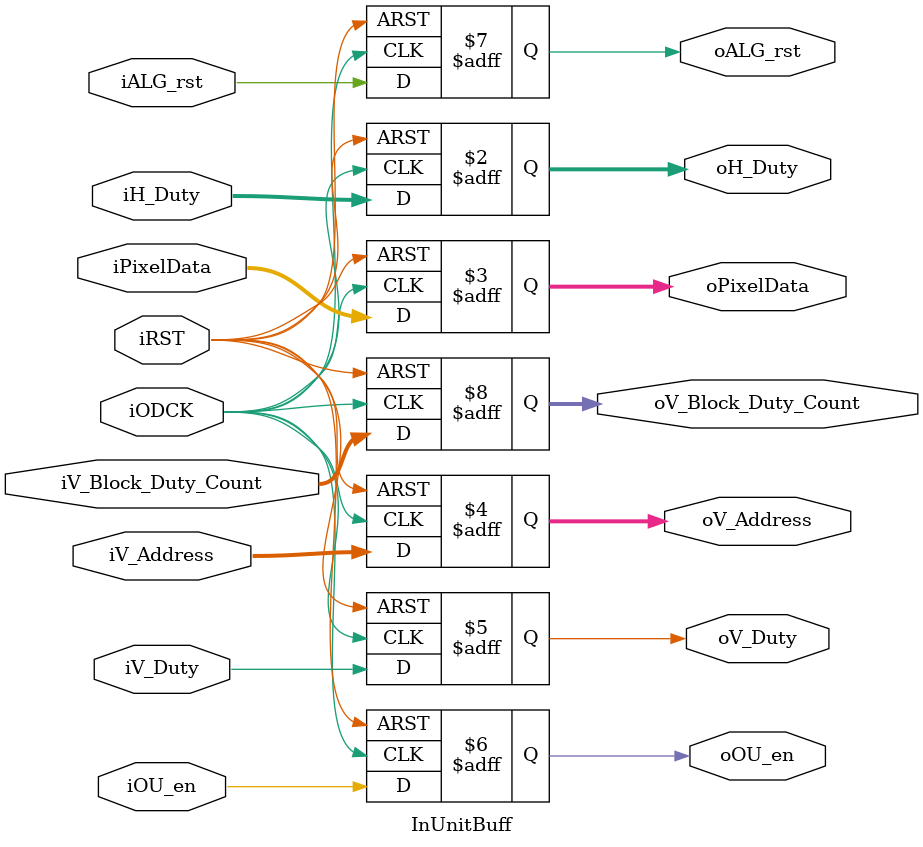
<source format=v>
`timescale 1ns / 1ps
module InUnitBuff(iODCK, iRST, iH_Duty, iPixelData, iV_Address, iV_Duty, iOU_en, iALG_rst, iV_Block_Duty_Count, 
                               oH_Duty, oPixelData, oV_Address, oV_Duty, oOU_en, oALG_rst, oV_Block_Duty_Count);

input iODCK;
input iRST;

input [ 23:0] iH_Duty;           output [ 23:0] oH_Duty;            reg [ 23:0] oH_Duty;
input [191:0] iPixelData;        output [191:0] oPixelData;         reg [191:0] oPixelData;               
input [  3:0] iV_Address;        output [  3:0] oV_Address;         reg [  3:0] oV_Address;              
input iV_Duty;                   output oV_Duty;                    reg oV_Duty;       
input iOU_en;                    output oOU_en;                     reg oOU_en;
input iALG_rst;                  output oALG_rst;                   reg oALG_rst;    
input [  6:0]iV_Block_Duty_Count;output [  6:0]oV_Block_Duty_Count; reg [  6:0]oV_Block_Duty_Count;    

always@(posedge iODCK, posedge iRST)
begin
   if(iRST)
	begin
      oH_Duty    <= 0;
      oPixelData <= 0;
      oV_Address <= 0;
      oV_Duty    <= 0;
	   oOU_en     <= 0;
	   oALG_rst   <= 0;
		oV_Block_Duty_Count <= 0;
	end
	else
	begin
      oH_Duty             <= iH_Duty;
      oPixelData          <= iPixelData;
      oV_Address          <= iV_Address;
      oV_Duty             <= iV_Duty;
	   oOU_en              <= iOU_en;
	   oALG_rst            <= iALG_rst;
	   oALG_rst            <= iALG_rst;
		oV_Block_Duty_Count <= iV_Block_Duty_Count;
	end
end
endmodule

</source>
